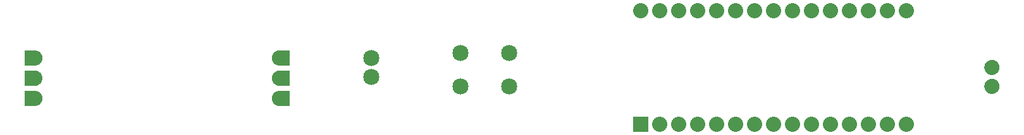
<source format=gbs>
G04 MADE WITH FRITZING*
G04 WWW.FRITZING.ORG*
G04 DOUBLE SIDED*
G04 HOLES PLATED*
G04 CONTOUR ON CENTER OF CONTOUR VECTOR*
%ASAXBY*%
%FSLAX23Y23*%
%MOIN*%
%OFA0B0*%
%SFA1.0B1.0*%
%ADD10C,0.085000*%
%ADD11C,0.080000*%
%ADD12C,0.055440*%
%ADD13R,0.080000X0.079972*%
%ADD14R,0.001000X0.001000*%
%LNMASK0*%
G90*
G70*
G54D10*
X2598Y416D03*
X2342Y416D03*
X2598Y593D03*
X2342Y593D03*
G54D11*
X3292Y216D03*
X3392Y216D03*
X3492Y216D03*
X3592Y216D03*
X3692Y216D03*
X3792Y216D03*
X3892Y216D03*
X3992Y216D03*
X4092Y216D03*
X4192Y216D03*
X4292Y216D03*
X4392Y216D03*
X4492Y216D03*
X4592Y216D03*
X4692Y216D03*
X3292Y816D03*
X3392Y816D03*
X3492Y816D03*
X3592Y816D03*
X3692Y816D03*
X3792Y816D03*
X3892Y816D03*
X3992Y816D03*
X4092Y816D03*
X4192Y816D03*
X4292Y816D03*
X4392Y816D03*
X4492Y816D03*
X4592Y816D03*
X4692Y816D03*
G54D12*
X93Y565D03*
X93Y459D03*
X93Y352D03*
X1392Y566D03*
X1392Y460D03*
X1392Y352D03*
G54D10*
X1873Y566D03*
X1873Y466D03*
G54D13*
X3292Y216D03*
G54D14*
X44Y605D02*
X103Y605D01*
X1383Y605D02*
X1442Y605D01*
X44Y604D02*
X109Y604D01*
X1377Y604D02*
X1442Y604D01*
X44Y603D02*
X112Y603D01*
X1374Y603D02*
X1442Y603D01*
X44Y602D02*
X115Y602D01*
X1372Y602D02*
X1442Y602D01*
X44Y601D02*
X117Y601D01*
X1369Y601D02*
X1442Y601D01*
X44Y600D02*
X119Y600D01*
X1368Y600D02*
X1442Y600D01*
X44Y599D02*
X120Y599D01*
X1366Y599D02*
X1442Y599D01*
X44Y598D02*
X122Y598D01*
X1364Y598D02*
X1442Y598D01*
X44Y597D02*
X123Y597D01*
X1363Y597D02*
X1442Y597D01*
X44Y596D02*
X124Y596D01*
X1362Y596D02*
X1442Y596D01*
X44Y595D02*
X126Y595D01*
X1361Y595D02*
X1442Y595D01*
X44Y594D02*
X127Y594D01*
X1360Y594D02*
X1442Y594D01*
X44Y593D02*
X128Y593D01*
X1359Y593D02*
X1442Y593D01*
X44Y592D02*
X128Y592D01*
X1358Y592D02*
X1442Y592D01*
X44Y591D02*
X129Y591D01*
X1357Y591D02*
X1442Y591D01*
X44Y590D02*
X130Y590D01*
X1356Y590D02*
X1442Y590D01*
X44Y589D02*
X131Y589D01*
X1355Y589D02*
X1442Y589D01*
X44Y588D02*
X132Y588D01*
X1355Y588D02*
X1442Y588D01*
X44Y587D02*
X132Y587D01*
X1354Y587D02*
X1442Y587D01*
X44Y586D02*
X133Y586D01*
X1353Y586D02*
X1442Y586D01*
X44Y585D02*
X133Y585D01*
X1353Y585D02*
X1442Y585D01*
X44Y584D02*
X134Y584D01*
X1352Y584D02*
X1442Y584D01*
X44Y583D02*
X134Y583D01*
X1352Y583D02*
X1442Y583D01*
X44Y582D02*
X135Y582D01*
X1351Y582D02*
X1442Y582D01*
X44Y581D02*
X135Y581D01*
X1351Y581D02*
X1442Y581D01*
X44Y580D02*
X136Y580D01*
X1351Y580D02*
X1442Y580D01*
X44Y579D02*
X136Y579D01*
X1350Y579D02*
X1442Y579D01*
X44Y578D02*
X136Y578D01*
X1350Y578D02*
X1442Y578D01*
X44Y577D02*
X137Y577D01*
X1350Y577D02*
X1442Y577D01*
X44Y576D02*
X137Y576D01*
X1349Y576D02*
X1442Y576D01*
X44Y575D02*
X137Y575D01*
X1349Y575D02*
X1442Y575D01*
X44Y574D02*
X137Y574D01*
X1349Y574D02*
X1442Y574D01*
X44Y573D02*
X138Y573D01*
X1349Y573D02*
X1442Y573D01*
X44Y572D02*
X138Y572D01*
X1348Y572D02*
X1442Y572D01*
X44Y571D02*
X138Y571D01*
X1348Y571D02*
X1442Y571D01*
X44Y570D02*
X138Y570D01*
X1348Y570D02*
X1442Y570D01*
X44Y569D02*
X138Y569D01*
X1348Y569D02*
X1442Y569D01*
X44Y568D02*
X138Y568D01*
X1348Y568D02*
X1442Y568D01*
X44Y567D02*
X138Y567D01*
X1348Y567D02*
X1442Y567D01*
X44Y566D02*
X138Y566D01*
X1348Y566D02*
X1442Y566D01*
X44Y565D02*
X138Y565D01*
X1348Y565D02*
X1442Y565D01*
X44Y564D02*
X138Y564D01*
X1348Y564D02*
X1442Y564D01*
X44Y563D02*
X138Y563D01*
X1348Y563D02*
X1442Y563D01*
X44Y562D02*
X138Y562D01*
X1348Y562D02*
X1442Y562D01*
X44Y561D02*
X138Y561D01*
X1348Y561D02*
X1442Y561D01*
X44Y560D02*
X138Y560D01*
X1348Y560D02*
X1442Y560D01*
X44Y559D02*
X138Y559D01*
X1348Y559D02*
X1442Y559D01*
X44Y558D02*
X138Y558D01*
X1349Y558D02*
X1442Y558D01*
X44Y557D02*
X137Y557D01*
X1349Y557D02*
X1442Y557D01*
X44Y556D02*
X137Y556D01*
X1349Y556D02*
X1442Y556D01*
X44Y555D02*
X137Y555D01*
X1349Y555D02*
X1442Y555D01*
X5136Y555D02*
X5149Y555D01*
X44Y554D02*
X137Y554D01*
X1350Y554D02*
X1442Y554D01*
X5132Y554D02*
X5153Y554D01*
X44Y553D02*
X136Y553D01*
X1350Y553D02*
X1442Y553D01*
X5129Y553D02*
X5156Y553D01*
X44Y552D02*
X136Y552D01*
X1350Y552D02*
X1442Y552D01*
X5126Y552D02*
X5158Y552D01*
X44Y551D02*
X136Y551D01*
X1351Y551D02*
X1442Y551D01*
X5124Y551D02*
X5161Y551D01*
X44Y550D02*
X135Y550D01*
X1351Y550D02*
X1442Y550D01*
X5122Y550D02*
X5162Y550D01*
X44Y549D02*
X135Y549D01*
X1351Y549D02*
X1442Y549D01*
X5121Y549D02*
X5164Y549D01*
X44Y548D02*
X134Y548D01*
X1352Y548D02*
X1442Y548D01*
X5119Y548D02*
X5165Y548D01*
X44Y547D02*
X134Y547D01*
X1352Y547D02*
X1442Y547D01*
X5118Y547D02*
X5167Y547D01*
X44Y546D02*
X133Y546D01*
X1353Y546D02*
X1442Y546D01*
X5117Y546D02*
X5168Y546D01*
X44Y545D02*
X133Y545D01*
X1354Y545D02*
X1442Y545D01*
X5116Y545D02*
X5169Y545D01*
X44Y544D02*
X132Y544D01*
X1354Y544D02*
X1442Y544D01*
X5115Y544D02*
X5170Y544D01*
X44Y543D02*
X131Y543D01*
X1355Y543D02*
X1442Y543D01*
X5114Y543D02*
X5171Y543D01*
X44Y542D02*
X131Y542D01*
X1355Y542D02*
X1442Y542D01*
X5113Y542D02*
X5172Y542D01*
X44Y541D02*
X130Y541D01*
X1356Y541D02*
X1442Y541D01*
X5112Y541D02*
X5173Y541D01*
X44Y540D02*
X129Y540D01*
X1357Y540D02*
X1442Y540D01*
X5111Y540D02*
X5173Y540D01*
X44Y539D02*
X128Y539D01*
X1358Y539D02*
X1442Y539D01*
X5110Y539D02*
X5174Y539D01*
X44Y538D02*
X127Y538D01*
X1359Y538D02*
X1442Y538D01*
X5110Y538D02*
X5175Y538D01*
X44Y537D02*
X126Y537D01*
X1360Y537D02*
X1442Y537D01*
X5109Y537D02*
X5176Y537D01*
X44Y536D02*
X125Y536D01*
X1361Y536D02*
X1442Y536D01*
X5108Y536D02*
X5176Y536D01*
X44Y535D02*
X124Y535D01*
X1362Y535D02*
X1442Y535D01*
X5108Y535D02*
X5177Y535D01*
X44Y534D02*
X123Y534D01*
X1363Y534D02*
X1442Y534D01*
X5107Y534D02*
X5177Y534D01*
X44Y533D02*
X122Y533D01*
X1365Y533D02*
X1442Y533D01*
X5107Y533D02*
X5178Y533D01*
X44Y532D02*
X120Y532D01*
X1366Y532D02*
X1442Y532D01*
X5106Y532D02*
X5178Y532D01*
X44Y531D02*
X118Y531D01*
X1368Y531D02*
X1442Y531D01*
X5106Y531D02*
X5179Y531D01*
X44Y530D02*
X116Y530D01*
X1370Y530D02*
X1442Y530D01*
X5106Y530D02*
X5179Y530D01*
X44Y529D02*
X114Y529D01*
X1372Y529D02*
X1442Y529D01*
X5105Y529D02*
X5179Y529D01*
X44Y528D02*
X112Y528D01*
X1375Y528D02*
X1442Y528D01*
X5105Y528D02*
X5180Y528D01*
X44Y527D02*
X108Y527D01*
X1378Y527D02*
X1442Y527D01*
X5105Y527D02*
X5180Y527D01*
X44Y526D02*
X101Y526D01*
X1385Y526D02*
X1442Y526D01*
X5104Y526D02*
X5180Y526D01*
X5104Y525D02*
X5181Y525D01*
X5104Y524D02*
X5181Y524D01*
X5104Y523D02*
X5181Y523D01*
X5103Y522D02*
X5181Y522D01*
X5103Y521D02*
X5181Y521D01*
X5103Y520D02*
X5182Y520D01*
X5103Y519D02*
X5182Y519D01*
X5103Y518D02*
X5182Y518D01*
X5103Y517D02*
X5182Y517D01*
X5103Y516D02*
X5182Y516D01*
X5103Y515D02*
X5182Y515D01*
X5103Y514D02*
X5182Y514D01*
X5103Y513D02*
X5182Y513D01*
X5103Y512D02*
X5182Y512D01*
X5103Y511D02*
X5181Y511D01*
X5103Y510D02*
X5181Y510D01*
X5103Y509D02*
X5181Y509D01*
X5104Y508D02*
X5181Y508D01*
X5104Y507D02*
X5181Y507D01*
X5104Y506D02*
X5181Y506D01*
X5104Y505D02*
X5180Y505D01*
X5105Y504D02*
X5180Y504D01*
X5105Y503D02*
X5180Y503D01*
X5105Y502D02*
X5179Y502D01*
X5106Y501D02*
X5179Y501D01*
X5106Y500D02*
X5179Y500D01*
X5107Y499D02*
X5178Y499D01*
X44Y498D02*
X106Y498D01*
X1380Y498D02*
X1442Y498D01*
X5107Y498D02*
X5178Y498D01*
X44Y497D02*
X110Y497D01*
X1376Y497D02*
X1442Y497D01*
X5108Y497D02*
X5177Y497D01*
X44Y496D02*
X113Y496D01*
X1373Y496D02*
X1442Y496D01*
X5108Y496D02*
X5177Y496D01*
X44Y495D02*
X115Y495D01*
X1371Y495D02*
X1442Y495D01*
X5109Y495D02*
X5176Y495D01*
X44Y494D02*
X117Y494D01*
X1369Y494D02*
X1442Y494D01*
X5109Y494D02*
X5175Y494D01*
X44Y493D02*
X119Y493D01*
X1367Y493D02*
X1442Y493D01*
X5110Y493D02*
X5175Y493D01*
X44Y492D02*
X121Y492D01*
X1365Y492D02*
X1442Y492D01*
X5111Y492D02*
X5174Y492D01*
X44Y491D02*
X122Y491D01*
X1364Y491D02*
X1442Y491D01*
X5111Y491D02*
X5173Y491D01*
X44Y490D02*
X124Y490D01*
X1363Y490D02*
X1442Y490D01*
X5112Y490D02*
X5172Y490D01*
X44Y489D02*
X125Y489D01*
X1361Y489D02*
X1442Y489D01*
X5113Y489D02*
X5172Y489D01*
X44Y488D02*
X126Y488D01*
X1360Y488D02*
X1442Y488D01*
X5114Y488D02*
X5171Y488D01*
X44Y487D02*
X127Y487D01*
X1359Y487D02*
X1442Y487D01*
X5115Y487D02*
X5170Y487D01*
X44Y486D02*
X128Y486D01*
X1358Y486D02*
X1442Y486D01*
X5116Y486D02*
X5169Y486D01*
X44Y485D02*
X129Y485D01*
X1357Y485D02*
X1442Y485D01*
X5117Y485D02*
X5167Y485D01*
X44Y484D02*
X130Y484D01*
X1357Y484D02*
X1442Y484D01*
X5119Y484D02*
X5166Y484D01*
X44Y483D02*
X130Y483D01*
X1356Y483D02*
X1442Y483D01*
X5120Y483D02*
X5165Y483D01*
X44Y482D02*
X131Y482D01*
X1355Y482D02*
X1442Y482D01*
X5121Y482D02*
X5163Y482D01*
X44Y481D02*
X132Y481D01*
X1354Y481D02*
X1442Y481D01*
X5123Y481D02*
X5162Y481D01*
X44Y480D02*
X132Y480D01*
X1354Y480D02*
X1442Y480D01*
X5125Y480D02*
X5160Y480D01*
X44Y479D02*
X133Y479D01*
X1353Y479D02*
X1442Y479D01*
X5127Y479D02*
X5158Y479D01*
X44Y478D02*
X134Y478D01*
X1353Y478D02*
X1442Y478D01*
X5130Y478D02*
X5155Y478D01*
X44Y477D02*
X134Y477D01*
X1352Y477D02*
X1442Y477D01*
X5133Y477D02*
X5151Y477D01*
X44Y476D02*
X134Y476D01*
X1352Y476D02*
X1442Y476D01*
X5139Y476D02*
X5146Y476D01*
X44Y475D02*
X135Y475D01*
X1351Y475D02*
X1442Y475D01*
X44Y474D02*
X135Y474D01*
X1351Y474D02*
X1442Y474D01*
X44Y473D02*
X136Y473D01*
X1350Y473D02*
X1442Y473D01*
X44Y472D02*
X136Y472D01*
X1350Y472D02*
X1442Y472D01*
X44Y471D02*
X136Y471D01*
X1350Y471D02*
X1442Y471D01*
X44Y470D02*
X137Y470D01*
X1349Y470D02*
X1442Y470D01*
X44Y469D02*
X137Y469D01*
X1349Y469D02*
X1442Y469D01*
X44Y468D02*
X137Y468D01*
X1349Y468D02*
X1442Y468D01*
X44Y467D02*
X138Y467D01*
X1349Y467D02*
X1442Y467D01*
X44Y466D02*
X138Y466D01*
X1348Y466D02*
X1442Y466D01*
X44Y465D02*
X138Y465D01*
X1348Y465D02*
X1442Y465D01*
X44Y464D02*
X138Y464D01*
X1348Y464D02*
X1442Y464D01*
X44Y463D02*
X138Y463D01*
X1348Y463D02*
X1442Y463D01*
X44Y462D02*
X138Y462D01*
X1348Y462D02*
X1442Y462D01*
X44Y461D02*
X138Y461D01*
X1348Y461D02*
X1442Y461D01*
X44Y460D02*
X138Y460D01*
X1348Y460D02*
X1442Y460D01*
X44Y459D02*
X138Y459D01*
X1348Y459D02*
X1442Y459D01*
X44Y458D02*
X138Y458D01*
X1348Y458D02*
X1442Y458D01*
X44Y457D02*
X138Y457D01*
X1348Y457D02*
X1442Y457D01*
X44Y456D02*
X138Y456D01*
X1348Y456D02*
X1442Y456D01*
X44Y455D02*
X138Y455D01*
X1348Y455D02*
X1442Y455D01*
X5136Y455D02*
X5149Y455D01*
X44Y454D02*
X138Y454D01*
X1348Y454D02*
X1442Y454D01*
X5131Y454D02*
X5153Y454D01*
X44Y453D02*
X138Y453D01*
X1348Y453D02*
X1442Y453D01*
X5128Y453D02*
X5156Y453D01*
X44Y452D02*
X138Y452D01*
X1348Y452D02*
X1442Y452D01*
X5126Y452D02*
X5159Y452D01*
X44Y451D02*
X138Y451D01*
X1349Y451D02*
X1442Y451D01*
X5124Y451D02*
X5161Y451D01*
X44Y450D02*
X137Y450D01*
X1349Y450D02*
X1442Y450D01*
X5122Y450D02*
X5162Y450D01*
X44Y449D02*
X137Y449D01*
X1349Y449D02*
X1442Y449D01*
X5121Y449D02*
X5164Y449D01*
X44Y448D02*
X137Y448D01*
X1349Y448D02*
X1442Y448D01*
X5119Y448D02*
X5165Y448D01*
X44Y447D02*
X136Y447D01*
X1350Y447D02*
X1442Y447D01*
X5118Y447D02*
X5167Y447D01*
X44Y446D02*
X136Y446D01*
X1350Y446D02*
X1442Y446D01*
X5117Y446D02*
X5168Y446D01*
X44Y445D02*
X136Y445D01*
X1350Y445D02*
X1442Y445D01*
X5116Y445D02*
X5169Y445D01*
X44Y444D02*
X135Y444D01*
X1351Y444D02*
X1442Y444D01*
X5115Y444D02*
X5170Y444D01*
X44Y443D02*
X135Y443D01*
X1351Y443D02*
X1442Y443D01*
X5114Y443D02*
X5171Y443D01*
X44Y442D02*
X134Y442D01*
X1352Y442D02*
X1442Y442D01*
X5113Y442D02*
X5172Y442D01*
X44Y441D02*
X134Y441D01*
X1352Y441D02*
X1442Y441D01*
X5112Y441D02*
X5173Y441D01*
X44Y440D02*
X134Y440D01*
X1353Y440D02*
X1442Y440D01*
X5111Y440D02*
X5174Y440D01*
X44Y439D02*
X133Y439D01*
X1353Y439D02*
X1442Y439D01*
X5110Y439D02*
X5174Y439D01*
X44Y438D02*
X132Y438D01*
X1354Y438D02*
X1442Y438D01*
X5110Y438D02*
X5175Y438D01*
X44Y437D02*
X132Y437D01*
X1354Y437D02*
X1442Y437D01*
X5109Y437D02*
X5176Y437D01*
X44Y436D02*
X131Y436D01*
X1355Y436D02*
X1442Y436D01*
X5108Y436D02*
X5176Y436D01*
X44Y435D02*
X130Y435D01*
X1356Y435D02*
X1442Y435D01*
X5108Y435D02*
X5177Y435D01*
X44Y434D02*
X130Y434D01*
X1356Y434D02*
X1442Y434D01*
X5107Y434D02*
X5177Y434D01*
X44Y433D02*
X129Y433D01*
X1357Y433D02*
X1442Y433D01*
X5107Y433D02*
X5178Y433D01*
X44Y432D02*
X128Y432D01*
X1358Y432D02*
X1442Y432D01*
X5106Y432D02*
X5178Y432D01*
X44Y431D02*
X127Y431D01*
X1359Y431D02*
X1442Y431D01*
X5106Y431D02*
X5179Y431D01*
X44Y430D02*
X126Y430D01*
X1360Y430D02*
X1442Y430D01*
X5105Y430D02*
X5179Y430D01*
X44Y429D02*
X125Y429D01*
X1361Y429D02*
X1442Y429D01*
X5105Y429D02*
X5180Y429D01*
X44Y428D02*
X124Y428D01*
X1362Y428D02*
X1442Y428D01*
X5105Y428D02*
X5180Y428D01*
X44Y427D02*
X122Y427D01*
X1364Y427D02*
X1442Y427D01*
X5105Y427D02*
X5180Y427D01*
X44Y426D02*
X121Y426D01*
X1365Y426D02*
X1442Y426D01*
X5104Y426D02*
X5180Y426D01*
X44Y425D02*
X119Y425D01*
X1367Y425D02*
X1442Y425D01*
X5104Y425D02*
X5181Y425D01*
X44Y424D02*
X118Y424D01*
X1369Y424D02*
X1442Y424D01*
X5104Y424D02*
X5181Y424D01*
X44Y423D02*
X116Y423D01*
X1371Y423D02*
X1442Y423D01*
X5104Y423D02*
X5181Y423D01*
X44Y422D02*
X113Y422D01*
X1373Y422D02*
X1442Y422D01*
X5103Y422D02*
X5181Y422D01*
X44Y421D02*
X110Y421D01*
X1376Y421D02*
X1442Y421D01*
X5103Y421D02*
X5181Y421D01*
X44Y420D02*
X106Y420D01*
X1380Y420D02*
X1442Y420D01*
X5103Y420D02*
X5182Y420D01*
X5103Y419D02*
X5182Y419D01*
X5103Y418D02*
X5182Y418D01*
X5103Y417D02*
X5182Y417D01*
X5103Y416D02*
X5182Y416D01*
X5103Y415D02*
X5182Y415D01*
X5103Y414D02*
X5182Y414D01*
X5103Y413D02*
X5182Y413D01*
X5103Y412D02*
X5182Y412D01*
X5103Y411D02*
X5181Y411D01*
X5103Y410D02*
X5181Y410D01*
X5104Y409D02*
X5181Y409D01*
X5104Y408D02*
X5181Y408D01*
X5104Y407D02*
X5181Y407D01*
X5104Y406D02*
X5181Y406D01*
X5104Y405D02*
X5180Y405D01*
X5105Y404D02*
X5180Y404D01*
X5105Y403D02*
X5180Y403D01*
X5105Y402D02*
X5179Y402D01*
X5106Y401D02*
X5179Y401D01*
X5106Y400D02*
X5179Y400D01*
X5107Y399D02*
X5178Y399D01*
X5107Y398D02*
X5178Y398D01*
X5108Y397D02*
X5177Y397D01*
X5108Y396D02*
X5177Y396D01*
X5109Y395D02*
X5176Y395D01*
X5109Y394D02*
X5175Y394D01*
X5110Y393D02*
X5175Y393D01*
X45Y392D02*
X100Y392D01*
X1386Y392D02*
X1442Y392D01*
X5111Y392D02*
X5174Y392D01*
X44Y391D02*
X108Y391D01*
X1378Y391D02*
X1442Y391D01*
X5112Y391D02*
X5173Y391D01*
X44Y390D02*
X111Y390D01*
X1375Y390D02*
X1442Y390D01*
X5112Y390D02*
X5172Y390D01*
X44Y389D02*
X114Y389D01*
X1372Y389D02*
X1442Y389D01*
X5113Y389D02*
X5171Y389D01*
X44Y388D02*
X116Y388D01*
X1370Y388D02*
X1442Y388D01*
X5114Y388D02*
X5171Y388D01*
X44Y387D02*
X118Y387D01*
X1368Y387D02*
X1442Y387D01*
X5115Y387D02*
X5170Y387D01*
X44Y386D02*
X120Y386D01*
X1366Y386D02*
X1442Y386D01*
X5116Y386D02*
X5168Y386D01*
X44Y385D02*
X121Y385D01*
X1365Y385D02*
X1442Y385D01*
X5117Y385D02*
X5167Y385D01*
X44Y384D02*
X123Y384D01*
X1363Y384D02*
X1442Y384D01*
X5119Y384D02*
X5166Y384D01*
X44Y383D02*
X124Y383D01*
X1362Y383D02*
X1442Y383D01*
X5120Y383D02*
X5165Y383D01*
X44Y382D02*
X125Y382D01*
X1361Y382D02*
X1442Y382D01*
X5122Y382D02*
X5163Y382D01*
X44Y381D02*
X126Y381D01*
X1360Y381D02*
X1442Y381D01*
X5123Y381D02*
X5161Y381D01*
X44Y380D02*
X127Y380D01*
X1359Y380D02*
X1442Y380D01*
X5125Y380D02*
X5160Y380D01*
X44Y379D02*
X128Y379D01*
X1358Y379D02*
X1442Y379D01*
X5127Y379D02*
X5158Y379D01*
X44Y378D02*
X129Y378D01*
X1357Y378D02*
X1442Y378D01*
X5130Y378D02*
X5155Y378D01*
X44Y377D02*
X130Y377D01*
X1356Y377D02*
X1442Y377D01*
X5133Y377D02*
X5151Y377D01*
X44Y376D02*
X131Y376D01*
X1356Y376D02*
X1442Y376D01*
X5139Y376D02*
X5146Y376D01*
X44Y375D02*
X131Y375D01*
X1355Y375D02*
X1442Y375D01*
X44Y374D02*
X132Y374D01*
X1354Y374D02*
X1442Y374D01*
X44Y373D02*
X133Y373D01*
X1354Y373D02*
X1442Y373D01*
X44Y372D02*
X133Y372D01*
X1353Y372D02*
X1442Y372D01*
X44Y371D02*
X134Y371D01*
X1352Y371D02*
X1442Y371D01*
X44Y370D02*
X134Y370D01*
X1352Y370D02*
X1442Y370D01*
X44Y369D02*
X135Y369D01*
X1352Y369D02*
X1442Y369D01*
X44Y368D02*
X135Y368D01*
X1351Y368D02*
X1442Y368D01*
X44Y367D02*
X135Y367D01*
X1351Y367D02*
X1442Y367D01*
X44Y366D02*
X136Y366D01*
X1350Y366D02*
X1442Y366D01*
X44Y365D02*
X136Y365D01*
X1350Y365D02*
X1442Y365D01*
X44Y364D02*
X137Y364D01*
X1350Y364D02*
X1442Y364D01*
X44Y363D02*
X137Y363D01*
X1349Y363D02*
X1442Y363D01*
X44Y362D02*
X137Y362D01*
X1349Y362D02*
X1442Y362D01*
X44Y361D02*
X137Y361D01*
X1349Y361D02*
X1442Y361D01*
X44Y360D02*
X138Y360D01*
X1349Y360D02*
X1442Y360D01*
X44Y359D02*
X138Y359D01*
X1348Y359D02*
X1442Y359D01*
X44Y358D02*
X138Y358D01*
X1348Y358D02*
X1442Y358D01*
X44Y357D02*
X138Y357D01*
X1348Y357D02*
X1442Y357D01*
X44Y356D02*
X139Y356D01*
X1348Y356D02*
X1442Y356D01*
X44Y355D02*
X139Y355D01*
X1348Y355D02*
X1442Y355D01*
X44Y354D02*
X139Y354D01*
X1348Y354D02*
X1442Y354D01*
X44Y353D02*
X139Y353D01*
X1348Y353D02*
X1442Y353D01*
X44Y352D02*
X138Y352D01*
X1348Y352D02*
X1442Y352D01*
X44Y351D02*
X138Y351D01*
X1348Y351D02*
X1442Y351D01*
X44Y350D02*
X138Y350D01*
X1348Y350D02*
X1442Y350D01*
X44Y349D02*
X138Y349D01*
X1348Y349D02*
X1442Y349D01*
X44Y348D02*
X138Y348D01*
X1348Y348D02*
X1442Y348D01*
X44Y347D02*
X138Y347D01*
X1348Y347D02*
X1442Y347D01*
X44Y346D02*
X138Y346D01*
X1348Y346D02*
X1442Y346D01*
X44Y345D02*
X138Y345D01*
X1349Y345D02*
X1442Y345D01*
X44Y344D02*
X137Y344D01*
X1349Y344D02*
X1442Y344D01*
X44Y343D02*
X137Y343D01*
X1349Y343D02*
X1442Y343D01*
X44Y342D02*
X137Y342D01*
X1349Y342D02*
X1442Y342D01*
X44Y341D02*
X137Y341D01*
X1350Y341D02*
X1442Y341D01*
X44Y340D02*
X136Y340D01*
X1350Y340D02*
X1442Y340D01*
X44Y339D02*
X136Y339D01*
X1350Y339D02*
X1442Y339D01*
X44Y338D02*
X136Y338D01*
X1351Y338D02*
X1442Y338D01*
X44Y337D02*
X135Y337D01*
X1351Y337D02*
X1442Y337D01*
X44Y336D02*
X135Y336D01*
X1351Y336D02*
X1442Y336D01*
X44Y335D02*
X134Y335D01*
X1352Y335D02*
X1442Y335D01*
X44Y334D02*
X134Y334D01*
X1352Y334D02*
X1442Y334D01*
X44Y333D02*
X133Y333D01*
X1353Y333D02*
X1442Y333D01*
X44Y332D02*
X133Y332D01*
X1353Y332D02*
X1442Y332D01*
X44Y331D02*
X132Y331D01*
X1354Y331D02*
X1442Y331D01*
X44Y330D02*
X132Y330D01*
X1355Y330D02*
X1442Y330D01*
X44Y329D02*
X131Y329D01*
X1355Y329D02*
X1442Y329D01*
X44Y328D02*
X130Y328D01*
X1356Y328D02*
X1442Y328D01*
X44Y327D02*
X129Y327D01*
X1357Y327D02*
X1442Y327D01*
X44Y326D02*
X128Y326D01*
X1358Y326D02*
X1442Y326D01*
X44Y325D02*
X128Y325D01*
X1359Y325D02*
X1442Y325D01*
X44Y324D02*
X127Y324D01*
X1359Y324D02*
X1442Y324D01*
X44Y323D02*
X126Y323D01*
X1361Y323D02*
X1442Y323D01*
X44Y322D02*
X124Y322D01*
X1362Y322D02*
X1442Y322D01*
X44Y321D02*
X123Y321D01*
X1363Y321D02*
X1442Y321D01*
X44Y320D02*
X122Y320D01*
X1364Y320D02*
X1442Y320D01*
X44Y319D02*
X120Y319D01*
X1366Y319D02*
X1442Y319D01*
X44Y318D02*
X119Y318D01*
X1367Y318D02*
X1442Y318D01*
X44Y317D02*
X117Y317D01*
X1369Y317D02*
X1442Y317D01*
X44Y316D02*
X115Y316D01*
X1371Y316D02*
X1442Y316D01*
X44Y315D02*
X112Y315D01*
X1374Y315D02*
X1442Y315D01*
X44Y314D02*
X109Y314D01*
X1377Y314D02*
X1442Y314D01*
X44Y313D02*
X104Y313D01*
X1382Y313D02*
X1442Y313D01*
D02*
G04 End of Mask0*
M02*
</source>
